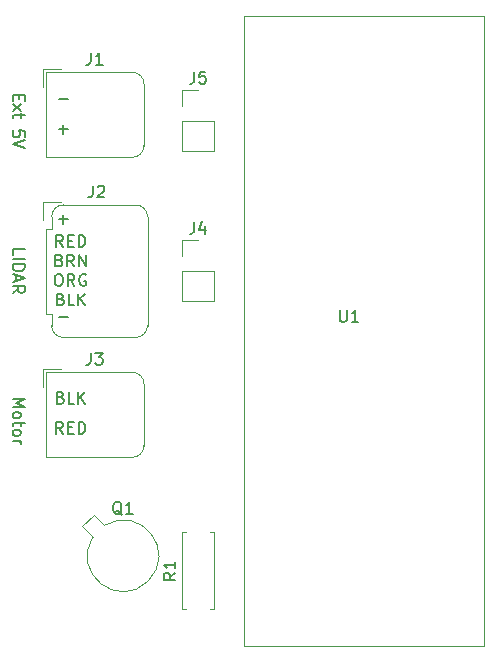
<source format=gto>
G04 #@! TF.GenerationSoftware,KiCad,Pcbnew,(5.1.2-1)-1*
G04 #@! TF.CreationDate,2019-05-31T22:43:23-07:00*
G04 #@! TF.ProjectId,NeatoLidarInterface,4e656174-6f4c-4696-9461-72496e746572,rev?*
G04 #@! TF.SameCoordinates,Original*
G04 #@! TF.FileFunction,Legend,Top*
G04 #@! TF.FilePolarity,Positive*
%FSLAX46Y46*%
G04 Gerber Fmt 4.6, Leading zero omitted, Abs format (unit mm)*
G04 Created by KiCad (PCBNEW (5.1.2-1)-1) date 2019-05-31 22:43:23*
%MOMM*%
%LPD*%
G04 APERTURE LIST*
%ADD10C,0.150000*%
%ADD11C,0.120000*%
G04 APERTURE END LIST*
D10*
X181602142Y-22107380D02*
X181268809Y-21631190D01*
X181030714Y-22107380D02*
X181030714Y-21107380D01*
X181411666Y-21107380D01*
X181506904Y-21155000D01*
X181554523Y-21202619D01*
X181602142Y-21297857D01*
X181602142Y-21440714D01*
X181554523Y-21535952D01*
X181506904Y-21583571D01*
X181411666Y-21631190D01*
X181030714Y-21631190D01*
X182030714Y-21583571D02*
X182364047Y-21583571D01*
X182506904Y-22107380D02*
X182030714Y-22107380D01*
X182030714Y-21107380D01*
X182506904Y-21107380D01*
X182935476Y-22107380D02*
X182935476Y-21107380D01*
X183173571Y-21107380D01*
X183316428Y-21155000D01*
X183411666Y-21250238D01*
X183459285Y-21345476D01*
X183506904Y-21535952D01*
X183506904Y-21678809D01*
X183459285Y-21869285D01*
X183411666Y-21964523D01*
X183316428Y-22059761D01*
X183173571Y-22107380D01*
X182935476Y-22107380D01*
X181292619Y-23233571D02*
X181435476Y-23281190D01*
X181483095Y-23328809D01*
X181530714Y-23424047D01*
X181530714Y-23566904D01*
X181483095Y-23662142D01*
X181435476Y-23709761D01*
X181340238Y-23757380D01*
X180959285Y-23757380D01*
X180959285Y-22757380D01*
X181292619Y-22757380D01*
X181387857Y-22805000D01*
X181435476Y-22852619D01*
X181483095Y-22947857D01*
X181483095Y-23043095D01*
X181435476Y-23138333D01*
X181387857Y-23185952D01*
X181292619Y-23233571D01*
X180959285Y-23233571D01*
X182530714Y-23757380D02*
X182197380Y-23281190D01*
X181959285Y-23757380D02*
X181959285Y-22757380D01*
X182340238Y-22757380D01*
X182435476Y-22805000D01*
X182483095Y-22852619D01*
X182530714Y-22947857D01*
X182530714Y-23090714D01*
X182483095Y-23185952D01*
X182435476Y-23233571D01*
X182340238Y-23281190D01*
X181959285Y-23281190D01*
X182959285Y-23757380D02*
X182959285Y-22757380D01*
X183530714Y-23757380D01*
X183530714Y-22757380D01*
X181149761Y-24407380D02*
X181340238Y-24407380D01*
X181435476Y-24455000D01*
X181530714Y-24550238D01*
X181578333Y-24740714D01*
X181578333Y-25074047D01*
X181530714Y-25264523D01*
X181435476Y-25359761D01*
X181340238Y-25407380D01*
X181149761Y-25407380D01*
X181054523Y-25359761D01*
X180959285Y-25264523D01*
X180911666Y-25074047D01*
X180911666Y-24740714D01*
X180959285Y-24550238D01*
X181054523Y-24455000D01*
X181149761Y-24407380D01*
X182578333Y-25407380D02*
X182245000Y-24931190D01*
X182006904Y-25407380D02*
X182006904Y-24407380D01*
X182387857Y-24407380D01*
X182483095Y-24455000D01*
X182530714Y-24502619D01*
X182578333Y-24597857D01*
X182578333Y-24740714D01*
X182530714Y-24835952D01*
X182483095Y-24883571D01*
X182387857Y-24931190D01*
X182006904Y-24931190D01*
X183530714Y-24455000D02*
X183435476Y-24407380D01*
X183292619Y-24407380D01*
X183149761Y-24455000D01*
X183054523Y-24550238D01*
X183006904Y-24645476D01*
X182959285Y-24835952D01*
X182959285Y-24978809D01*
X183006904Y-25169285D01*
X183054523Y-25264523D01*
X183149761Y-25359761D01*
X183292619Y-25407380D01*
X183387857Y-25407380D01*
X183530714Y-25359761D01*
X183578333Y-25312142D01*
X183578333Y-24978809D01*
X183387857Y-24978809D01*
X181411666Y-26533571D02*
X181554523Y-26581190D01*
X181602142Y-26628809D01*
X181649761Y-26724047D01*
X181649761Y-26866904D01*
X181602142Y-26962142D01*
X181554523Y-27009761D01*
X181459285Y-27057380D01*
X181078333Y-27057380D01*
X181078333Y-26057380D01*
X181411666Y-26057380D01*
X181506904Y-26105000D01*
X181554523Y-26152619D01*
X181602142Y-26247857D01*
X181602142Y-26343095D01*
X181554523Y-26438333D01*
X181506904Y-26485952D01*
X181411666Y-26533571D01*
X181078333Y-26533571D01*
X182554523Y-27057380D02*
X182078333Y-27057380D01*
X182078333Y-26057380D01*
X182887857Y-27057380D02*
X182887857Y-26057380D01*
X183459285Y-27057380D02*
X183030714Y-26485952D01*
X183459285Y-26057380D02*
X182887857Y-26628809D01*
X181602142Y-37917380D02*
X181268809Y-37441190D01*
X181030714Y-37917380D02*
X181030714Y-36917380D01*
X181411666Y-36917380D01*
X181506904Y-36965000D01*
X181554523Y-37012619D01*
X181602142Y-37107857D01*
X181602142Y-37250714D01*
X181554523Y-37345952D01*
X181506904Y-37393571D01*
X181411666Y-37441190D01*
X181030714Y-37441190D01*
X182030714Y-37393571D02*
X182364047Y-37393571D01*
X182506904Y-37917380D02*
X182030714Y-37917380D01*
X182030714Y-36917380D01*
X182506904Y-36917380D01*
X182935476Y-37917380D02*
X182935476Y-36917380D01*
X183173571Y-36917380D01*
X183316428Y-36965000D01*
X183411666Y-37060238D01*
X183459285Y-37155476D01*
X183506904Y-37345952D01*
X183506904Y-37488809D01*
X183459285Y-37679285D01*
X183411666Y-37774523D01*
X183316428Y-37869761D01*
X183173571Y-37917380D01*
X182935476Y-37917380D01*
X181411666Y-34853571D02*
X181554523Y-34901190D01*
X181602142Y-34948809D01*
X181649761Y-35044047D01*
X181649761Y-35186904D01*
X181602142Y-35282142D01*
X181554523Y-35329761D01*
X181459285Y-35377380D01*
X181078333Y-35377380D01*
X181078333Y-34377380D01*
X181411666Y-34377380D01*
X181506904Y-34425000D01*
X181554523Y-34472619D01*
X181602142Y-34567857D01*
X181602142Y-34663095D01*
X181554523Y-34758333D01*
X181506904Y-34805952D01*
X181411666Y-34853571D01*
X181078333Y-34853571D01*
X182554523Y-35377380D02*
X182078333Y-35377380D01*
X182078333Y-34377380D01*
X182887857Y-35377380D02*
X182887857Y-34377380D01*
X183459285Y-35377380D02*
X183030714Y-34805952D01*
X183459285Y-34377380D02*
X182887857Y-34948809D01*
X181229047Y-28011428D02*
X181990952Y-28011428D01*
X181229047Y-19756428D02*
X181990952Y-19756428D01*
X181610000Y-20137380D02*
X181610000Y-19375476D01*
X181229047Y-12136428D02*
X181990952Y-12136428D01*
X181610000Y-12517380D02*
X181610000Y-11755476D01*
X181229047Y-9596428D02*
X181990952Y-9596428D01*
X177347619Y-34996666D02*
X178347619Y-34996666D01*
X177633333Y-35330000D01*
X178347619Y-35663333D01*
X177347619Y-35663333D01*
X177347619Y-36282380D02*
X177395238Y-36187142D01*
X177442857Y-36139523D01*
X177538095Y-36091904D01*
X177823809Y-36091904D01*
X177919047Y-36139523D01*
X177966666Y-36187142D01*
X178014285Y-36282380D01*
X178014285Y-36425238D01*
X177966666Y-36520476D01*
X177919047Y-36568095D01*
X177823809Y-36615714D01*
X177538095Y-36615714D01*
X177442857Y-36568095D01*
X177395238Y-36520476D01*
X177347619Y-36425238D01*
X177347619Y-36282380D01*
X178014285Y-36901428D02*
X178014285Y-37282380D01*
X178347619Y-37044285D02*
X177490476Y-37044285D01*
X177395238Y-37091904D01*
X177347619Y-37187142D01*
X177347619Y-37282380D01*
X177347619Y-37758571D02*
X177395238Y-37663333D01*
X177442857Y-37615714D01*
X177538095Y-37568095D01*
X177823809Y-37568095D01*
X177919047Y-37615714D01*
X177966666Y-37663333D01*
X178014285Y-37758571D01*
X178014285Y-37901428D01*
X177966666Y-37996666D01*
X177919047Y-38044285D01*
X177823809Y-38091904D01*
X177538095Y-38091904D01*
X177442857Y-38044285D01*
X177395238Y-37996666D01*
X177347619Y-37901428D01*
X177347619Y-37758571D01*
X177347619Y-38520476D02*
X178014285Y-38520476D01*
X177823809Y-38520476D02*
X177919047Y-38568095D01*
X177966666Y-38615714D01*
X178014285Y-38710952D01*
X178014285Y-38806190D01*
X177347619Y-22772857D02*
X177347619Y-22296666D01*
X178347619Y-22296666D01*
X177347619Y-23106190D02*
X178347619Y-23106190D01*
X177347619Y-23582380D02*
X178347619Y-23582380D01*
X178347619Y-23820476D01*
X178300000Y-23963333D01*
X178204761Y-24058571D01*
X178109523Y-24106190D01*
X177919047Y-24153809D01*
X177776190Y-24153809D01*
X177585714Y-24106190D01*
X177490476Y-24058571D01*
X177395238Y-23963333D01*
X177347619Y-23820476D01*
X177347619Y-23582380D01*
X177633333Y-24534761D02*
X177633333Y-25010952D01*
X177347619Y-24439523D02*
X178347619Y-24772857D01*
X177347619Y-25106190D01*
X177347619Y-26010952D02*
X177823809Y-25677619D01*
X177347619Y-25439523D02*
X178347619Y-25439523D01*
X178347619Y-25820476D01*
X178300000Y-25915714D01*
X178252380Y-25963333D01*
X178157142Y-26010952D01*
X178014285Y-26010952D01*
X177919047Y-25963333D01*
X177871428Y-25915714D01*
X177823809Y-25820476D01*
X177823809Y-25439523D01*
X177871428Y-9239523D02*
X177871428Y-9572857D01*
X177347619Y-9715714D02*
X177347619Y-9239523D01*
X178347619Y-9239523D01*
X178347619Y-9715714D01*
X177347619Y-10049047D02*
X178014285Y-10572857D01*
X178014285Y-10049047D02*
X177347619Y-10572857D01*
X178014285Y-10810952D02*
X178014285Y-11191904D01*
X178347619Y-10953809D02*
X177490476Y-10953809D01*
X177395238Y-11001428D01*
X177347619Y-11096666D01*
X177347619Y-11191904D01*
X178347619Y-12763333D02*
X178347619Y-12287142D01*
X177871428Y-12239523D01*
X177919047Y-12287142D01*
X177966666Y-12382380D01*
X177966666Y-12620476D01*
X177919047Y-12715714D01*
X177871428Y-12763333D01*
X177776190Y-12810952D01*
X177538095Y-12810952D01*
X177442857Y-12763333D01*
X177395238Y-12715714D01*
X177347619Y-12620476D01*
X177347619Y-12382380D01*
X177395238Y-12287142D01*
X177442857Y-12239523D01*
X178347619Y-13096666D02*
X177347619Y-13430000D01*
X178347619Y-13763333D01*
D11*
X179900000Y-7070000D02*
X181400000Y-7070000D01*
X179900000Y-8570000D02*
X179900000Y-7070000D01*
X188460000Y-8310000D02*
X188460000Y-13530000D01*
X180140000Y-14530000D02*
X187460000Y-14530000D01*
X180140000Y-7310000D02*
X180140000Y-14530000D01*
X187460000Y-7310000D02*
X180140000Y-7310000D01*
X187460000Y-14530000D02*
G75*
G03X188460000Y-13530000I0J1000000D01*
G01*
X188460000Y-8310000D02*
G75*
G03X187460000Y-7310000I-1000000J0D01*
G01*
X181640000Y-18550000D02*
G75*
G03X180640000Y-19550000I0J-1000000D01*
G01*
X180640000Y-28770000D02*
G75*
G03X181640000Y-29770000I1000000J0D01*
G01*
X188760000Y-19550000D02*
G75*
G03X187760000Y-18550000I-1000000J0D01*
G01*
X187760000Y-29770000D02*
G75*
G03X188760000Y-28770000I0J1000000D01*
G01*
X181640000Y-18550000D02*
X187760000Y-18550000D01*
X181640000Y-29770000D02*
X187760000Y-29770000D01*
X180640000Y-19550000D02*
X180640000Y-20550000D01*
X180640000Y-20550000D02*
X180140000Y-20550000D01*
X180140000Y-20550000D02*
X180140000Y-27770000D01*
X180140000Y-27770000D02*
X180640000Y-27770000D01*
X180640000Y-27770000D02*
X180640000Y-28770000D01*
X188760000Y-19550000D02*
X188760000Y-28770000D01*
X179900000Y-19810000D02*
X179900000Y-18310000D01*
X179900000Y-18310000D02*
X181400000Y-18310000D01*
X188460000Y-33710000D02*
G75*
G03X187460000Y-32710000I-1000000J0D01*
G01*
X187460000Y-39930000D02*
G75*
G03X188460000Y-38930000I0J1000000D01*
G01*
X187460000Y-32710000D02*
X180140000Y-32710000D01*
X180140000Y-32710000D02*
X180140000Y-39930000D01*
X180140000Y-39930000D02*
X187460000Y-39930000D01*
X188460000Y-33710000D02*
X188460000Y-38930000D01*
X179900000Y-33970000D02*
X179900000Y-32470000D01*
X179900000Y-32470000D02*
X181400000Y-32470000D01*
X191710000Y-21530000D02*
X193040000Y-21530000D01*
X191710000Y-22860000D02*
X191710000Y-21530000D01*
X191710000Y-24130000D02*
X194370000Y-24130000D01*
X194370000Y-24130000D02*
X194370000Y-26730000D01*
X191710000Y-24130000D02*
X191710000Y-26730000D01*
X191710000Y-26730000D02*
X194370000Y-26730000D01*
X191710000Y-14030000D02*
X194370000Y-14030000D01*
X191710000Y-11430000D02*
X191710000Y-14030000D01*
X194370000Y-11430000D02*
X194370000Y-14030000D01*
X191710000Y-11430000D02*
X194370000Y-11430000D01*
X191710000Y-10160000D02*
X191710000Y-8830000D01*
X191710000Y-8830000D02*
X193040000Y-8830000D01*
X185107669Y-45687719D02*
X184195501Y-44775552D01*
X184195501Y-44775552D02*
X183205552Y-45765501D01*
X183205552Y-45765501D02*
X184117719Y-46677669D01*
X184117850Y-46677456D02*
G75*
G03X185107669Y-45687719I2572150J-1582544D01*
G01*
X192000000Y-52800000D02*
X191670000Y-52800000D01*
X191670000Y-52800000D02*
X191670000Y-46260000D01*
X191670000Y-46260000D02*
X192000000Y-46260000D01*
X194080000Y-52800000D02*
X194410000Y-52800000D01*
X194410000Y-52800000D02*
X194410000Y-46260000D01*
X194410000Y-46260000D02*
X194080000Y-46260000D01*
X217230001Y-2600001D02*
X217230001Y-55940001D01*
X217230001Y-55940001D02*
X196910001Y-55940001D01*
X196910001Y-55940001D02*
X196910001Y-2600001D01*
X196910001Y-2600001D02*
X217230001Y-2600001D01*
D10*
X183966666Y-5672380D02*
X183966666Y-6386666D01*
X183919047Y-6529523D01*
X183823809Y-6624761D01*
X183680952Y-6672380D01*
X183585714Y-6672380D01*
X184966666Y-6672380D02*
X184395238Y-6672380D01*
X184680952Y-6672380D02*
X184680952Y-5672380D01*
X184585714Y-5815238D01*
X184490476Y-5910476D01*
X184395238Y-5958095D01*
X184116666Y-16912380D02*
X184116666Y-17626666D01*
X184069047Y-17769523D01*
X183973809Y-17864761D01*
X183830952Y-17912380D01*
X183735714Y-17912380D01*
X184545238Y-17007619D02*
X184592857Y-16960000D01*
X184688095Y-16912380D01*
X184926190Y-16912380D01*
X185021428Y-16960000D01*
X185069047Y-17007619D01*
X185116666Y-17102857D01*
X185116666Y-17198095D01*
X185069047Y-17340952D01*
X184497619Y-17912380D01*
X185116666Y-17912380D01*
X183966666Y-31072380D02*
X183966666Y-31786666D01*
X183919047Y-31929523D01*
X183823809Y-32024761D01*
X183680952Y-32072380D01*
X183585714Y-32072380D01*
X184347619Y-31072380D02*
X184966666Y-31072380D01*
X184633333Y-31453333D01*
X184776190Y-31453333D01*
X184871428Y-31500952D01*
X184919047Y-31548571D01*
X184966666Y-31643809D01*
X184966666Y-31881904D01*
X184919047Y-31977142D01*
X184871428Y-32024761D01*
X184776190Y-32072380D01*
X184490476Y-32072380D01*
X184395238Y-32024761D01*
X184347619Y-31977142D01*
X192706666Y-19982380D02*
X192706666Y-20696666D01*
X192659047Y-20839523D01*
X192563809Y-20934761D01*
X192420952Y-20982380D01*
X192325714Y-20982380D01*
X193611428Y-20315714D02*
X193611428Y-20982380D01*
X193373333Y-19934761D02*
X193135238Y-20649047D01*
X193754285Y-20649047D01*
X192706666Y-7282380D02*
X192706666Y-7996666D01*
X192659047Y-8139523D01*
X192563809Y-8234761D01*
X192420952Y-8282380D01*
X192325714Y-8282380D01*
X193659047Y-7282380D02*
X193182857Y-7282380D01*
X193135238Y-7758571D01*
X193182857Y-7710952D01*
X193278095Y-7663333D01*
X193516190Y-7663333D01*
X193611428Y-7710952D01*
X193659047Y-7758571D01*
X193706666Y-7853809D01*
X193706666Y-8091904D01*
X193659047Y-8187142D01*
X193611428Y-8234761D01*
X193516190Y-8282380D01*
X193278095Y-8282380D01*
X193182857Y-8234761D01*
X193135238Y-8187142D01*
X186594761Y-44787619D02*
X186499523Y-44740000D01*
X186404285Y-44644761D01*
X186261428Y-44501904D01*
X186166190Y-44454285D01*
X186070952Y-44454285D01*
X186118571Y-44692380D02*
X186023333Y-44644761D01*
X185928095Y-44549523D01*
X185880476Y-44359047D01*
X185880476Y-44025714D01*
X185928095Y-43835238D01*
X186023333Y-43740000D01*
X186118571Y-43692380D01*
X186309047Y-43692380D01*
X186404285Y-43740000D01*
X186499523Y-43835238D01*
X186547142Y-44025714D01*
X186547142Y-44359047D01*
X186499523Y-44549523D01*
X186404285Y-44644761D01*
X186309047Y-44692380D01*
X186118571Y-44692380D01*
X187499523Y-44692380D02*
X186928095Y-44692380D01*
X187213809Y-44692380D02*
X187213809Y-43692380D01*
X187118571Y-43835238D01*
X187023333Y-43930476D01*
X186928095Y-43978095D01*
X191122380Y-49696666D02*
X190646190Y-50030000D01*
X191122380Y-50268095D02*
X190122380Y-50268095D01*
X190122380Y-49887142D01*
X190170000Y-49791904D01*
X190217619Y-49744285D01*
X190312857Y-49696666D01*
X190455714Y-49696666D01*
X190550952Y-49744285D01*
X190598571Y-49791904D01*
X190646190Y-49887142D01*
X190646190Y-50268095D01*
X191122380Y-48744285D02*
X191122380Y-49315714D01*
X191122380Y-49030000D02*
X190122380Y-49030000D01*
X190265238Y-49125238D01*
X190360476Y-49220476D01*
X190408095Y-49315714D01*
X205038096Y-27452381D02*
X205038096Y-28261905D01*
X205085715Y-28357143D01*
X205133334Y-28404762D01*
X205228572Y-28452381D01*
X205419048Y-28452381D01*
X205514286Y-28404762D01*
X205561905Y-28357143D01*
X205609524Y-28261905D01*
X205609524Y-27452381D01*
X206609524Y-28452381D02*
X206038096Y-28452381D01*
X206323810Y-28452381D02*
X206323810Y-27452381D01*
X206228572Y-27595239D01*
X206133334Y-27690477D01*
X206038096Y-27738096D01*
M02*

</source>
